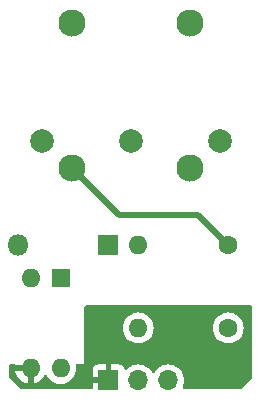
<source format=gbr>
%TF.GenerationSoftware,KiCad,Pcbnew,8.0.4*%
%TF.CreationDate,2024-08-02T21:44:17-04:00*%
%TF.ProjectId,MIDI-compatible,4d494449-2d63-46f6-9d70-617469626c65,rev?*%
%TF.SameCoordinates,Original*%
%TF.FileFunction,Copper,L2,Bot*%
%TF.FilePolarity,Positive*%
%FSLAX46Y46*%
G04 Gerber Fmt 4.6, Leading zero omitted, Abs format (unit mm)*
G04 Created by KiCad (PCBNEW 8.0.4) date 2024-08-02 21:44:17*
%MOMM*%
%LPD*%
G01*
G04 APERTURE LIST*
%TA.AperFunction,ComponentPad*%
%ADD10R,1.600000X1.600000*%
%TD*%
%TA.AperFunction,ComponentPad*%
%ADD11O,1.600000X1.600000*%
%TD*%
%TA.AperFunction,ComponentPad*%
%ADD12C,1.600000*%
%TD*%
%TA.AperFunction,ComponentPad*%
%ADD13R,1.700000X1.700000*%
%TD*%
%TA.AperFunction,ComponentPad*%
%ADD14O,1.700000X1.700000*%
%TD*%
%TA.AperFunction,ComponentPad*%
%ADD15C,2.000000*%
%TD*%
%TA.AperFunction,ComponentPad*%
%ADD16C,2.300000*%
%TD*%
%TA.AperFunction,ComponentPad*%
%ADD17R,1.800000X1.800000*%
%TD*%
%TA.AperFunction,ComponentPad*%
%ADD18O,1.800000X1.800000*%
%TD*%
%TA.AperFunction,Conductor*%
%ADD19C,0.500000*%
%TD*%
G04 APERTURE END LIST*
D10*
%TO.P,U1,1*%
%TO.N,Net-(D1-K)*%
X163600000Y-103124000D03*
D11*
%TO.P,U1,2*%
%TO.N,Net-(D1-A)*%
X161060000Y-103124000D03*
%TO.P,U1,3*%
%TO.N,GND*%
X161060000Y-110744000D03*
%TO.P,U1,4*%
%TO.N,Net-(J2-Pin_2)*%
X163600000Y-110744000D03*
%TD*%
D12*
%TO.P,RD,1*%
%TO.N,Net-(J2-Pin_3)*%
X177800000Y-107315000D03*
D11*
%TO.P,RD,2*%
%TO.N,Net-(J2-Pin_2)*%
X170180000Y-107315000D03*
%TD*%
D13*
%TO.P,J2,1,Pin_1*%
%TO.N,GND*%
X167655000Y-111760000D03*
D14*
%TO.P,J2,2,Pin_2*%
%TO.N,Net-(J2-Pin_2)*%
X170195000Y-111760000D03*
%TO.P,J2,3,Pin_3*%
%TO.N,Net-(J2-Pin_3)*%
X172734999Y-111760000D03*
%TD*%
D15*
%TO.P,J1,1*%
%TO.N,unconnected-(J1-Pad1)*%
X162070000Y-91480000D03*
%TO.P,J1,2*%
%TO.N,unconnected-(J1-Pad2)*%
X169570000Y-91480000D03*
%TO.P,J1,3*%
%TO.N,unconnected-(J1-Pad3)*%
X177070000Y-91480000D03*
D16*
%TO.P,J1,4*%
%TO.N,Net-(J1-Pad4)*%
X164570000Y-93780000D03*
%TO.P,J1,5*%
%TO.N,Net-(D1-A)*%
X174570000Y-93780000D03*
%TO.P,J1,6*%
%TO.N,N/C*%
X164570000Y-81480000D03*
%TO.P,J1,7*%
X174570000Y-81480000D03*
%TD*%
D12*
%TO.P,RB,1*%
%TO.N,Net-(J1-Pad4)*%
X177800000Y-100330000D03*
D11*
%TO.P,RB,2*%
%TO.N,Net-(D1-K)*%
X170180000Y-100330000D03*
%TD*%
D17*
%TO.P,D1,1,K*%
%TO.N,Net-(D1-K)*%
X167640000Y-100330000D03*
D18*
%TO.P,D1,2,A*%
%TO.N,Net-(D1-A)*%
X160020000Y-100330000D03*
%TD*%
D19*
%TO.N,Net-(J1-Pad4)*%
X168580000Y-97790000D02*
X175260000Y-97790000D01*
X164570000Y-93780000D02*
X168580000Y-97790000D01*
X175260000Y-97790000D02*
X177800000Y-100330000D01*
%TD*%
%TA.AperFunction,Conductor*%
%TO.N,GND*%
G36*
X179782539Y-105429685D02*
G01*
X179828294Y-105482489D01*
X179839500Y-105534000D01*
X179839500Y-111501324D01*
X179819815Y-111568363D01*
X179803181Y-111589005D01*
X178899005Y-112493181D01*
X178837682Y-112526666D01*
X178811324Y-112529500D01*
X174060928Y-112529500D01*
X173993889Y-112509815D01*
X173948134Y-112457011D01*
X173938190Y-112387853D01*
X173948544Y-112353099D01*
X174008902Y-112223663D01*
X174070062Y-111995408D01*
X174090658Y-111760000D01*
X174070062Y-111524592D01*
X174008902Y-111296337D01*
X173909034Y-111082171D01*
X173903424Y-111074158D01*
X173773493Y-110888597D01*
X173606401Y-110721506D01*
X173606394Y-110721501D01*
X173412833Y-110585967D01*
X173412829Y-110585965D01*
X173412827Y-110585964D01*
X173198662Y-110486097D01*
X173198658Y-110486096D01*
X173198654Y-110486094D01*
X172970412Y-110424938D01*
X172970402Y-110424936D01*
X172735000Y-110404341D01*
X172734998Y-110404341D01*
X172499595Y-110424936D01*
X172499585Y-110424938D01*
X172271343Y-110486094D01*
X172271334Y-110486098D01*
X172057170Y-110585964D01*
X172057168Y-110585965D01*
X171863596Y-110721505D01*
X171696507Y-110888594D01*
X171566574Y-111074158D01*
X171511997Y-111117782D01*
X171442498Y-111124975D01*
X171380144Y-111093453D01*
X171363424Y-111074157D01*
X171233494Y-110888597D01*
X171066402Y-110721506D01*
X171066395Y-110721501D01*
X170872834Y-110585967D01*
X170872830Y-110585965D01*
X170872828Y-110585964D01*
X170658663Y-110486097D01*
X170658659Y-110486096D01*
X170658655Y-110486094D01*
X170430413Y-110424938D01*
X170430403Y-110424936D01*
X170195001Y-110404341D01*
X170194999Y-110404341D01*
X169959596Y-110424936D01*
X169959586Y-110424938D01*
X169731344Y-110486094D01*
X169731335Y-110486098D01*
X169517171Y-110585964D01*
X169517169Y-110585965D01*
X169323600Y-110721503D01*
X169201284Y-110843819D01*
X169139961Y-110877303D01*
X169070269Y-110872319D01*
X169014336Y-110830447D01*
X168997421Y-110799470D01*
X168948354Y-110667913D01*
X168948350Y-110667906D01*
X168862190Y-110552812D01*
X168862187Y-110552809D01*
X168747093Y-110466649D01*
X168747086Y-110466645D01*
X168612379Y-110416403D01*
X168612372Y-110416401D01*
X168552844Y-110410000D01*
X167905000Y-110410000D01*
X167905000Y-111326988D01*
X167847993Y-111294075D01*
X167720826Y-111260000D01*
X167589174Y-111260000D01*
X167462007Y-111294075D01*
X167405000Y-111326988D01*
X167405000Y-110410000D01*
X166757155Y-110410000D01*
X166697627Y-110416401D01*
X166697620Y-110416403D01*
X166562913Y-110466645D01*
X166562906Y-110466649D01*
X166447812Y-110552809D01*
X166447809Y-110552812D01*
X166361649Y-110667906D01*
X166361645Y-110667913D01*
X166311403Y-110802620D01*
X166311401Y-110802627D01*
X166305000Y-110862155D01*
X166305000Y-111510000D01*
X167221988Y-111510000D01*
X167189075Y-111567007D01*
X167155000Y-111694174D01*
X167155000Y-111825826D01*
X167189075Y-111952993D01*
X167221988Y-112010000D01*
X166305000Y-112010000D01*
X166305000Y-112405500D01*
X166285315Y-112472539D01*
X166232511Y-112518294D01*
X166181000Y-112529500D01*
X160278675Y-112529500D01*
X160211636Y-112509815D01*
X160190994Y-112493181D01*
X159286819Y-111589005D01*
X159253334Y-111527682D01*
X159250500Y-111501324D01*
X159250500Y-110487000D01*
X159270185Y-110419961D01*
X159322989Y-110374206D01*
X159374500Y-110363000D01*
X159654629Y-110363000D01*
X159721668Y-110382685D01*
X159767423Y-110435489D01*
X159774615Y-110485512D01*
X159781128Y-110494000D01*
X160744314Y-110494000D01*
X160739920Y-110498394D01*
X160687259Y-110589606D01*
X160660000Y-110691339D01*
X160660000Y-110796661D01*
X160687259Y-110898394D01*
X160739920Y-110989606D01*
X160744314Y-110994000D01*
X159781128Y-110994000D01*
X159833730Y-111190317D01*
X159833734Y-111190326D01*
X159929865Y-111396482D01*
X160060342Y-111582820D01*
X160221179Y-111743657D01*
X160407517Y-111874134D01*
X160613673Y-111970265D01*
X160613682Y-111970269D01*
X160809999Y-112022872D01*
X160810000Y-112022871D01*
X160810000Y-111059686D01*
X160814394Y-111064080D01*
X160905606Y-111116741D01*
X161007339Y-111144000D01*
X161112661Y-111144000D01*
X161214394Y-111116741D01*
X161305606Y-111064080D01*
X161310000Y-111059686D01*
X161310000Y-112022872D01*
X161506317Y-111970269D01*
X161506326Y-111970265D01*
X161712482Y-111874134D01*
X161898820Y-111743657D01*
X162059657Y-111582820D01*
X162190132Y-111396484D01*
X162217341Y-111338134D01*
X162263513Y-111285695D01*
X162330707Y-111266542D01*
X162397588Y-111286757D01*
X162442105Y-111338132D01*
X162464088Y-111385275D01*
X162469431Y-111396732D01*
X162469432Y-111396734D01*
X162599954Y-111583141D01*
X162760858Y-111744045D01*
X162760861Y-111744047D01*
X162947266Y-111874568D01*
X163153504Y-111970739D01*
X163373308Y-112029635D01*
X163535230Y-112043801D01*
X163599998Y-112049468D01*
X163600000Y-112049468D01*
X163600002Y-112049468D01*
X163656673Y-112044509D01*
X163826692Y-112029635D01*
X164046496Y-111970739D01*
X164252734Y-111874568D01*
X164439139Y-111744047D01*
X164600047Y-111583139D01*
X164730568Y-111396734D01*
X164826739Y-111190496D01*
X164885635Y-110970692D01*
X164905468Y-110744000D01*
X164885635Y-110517308D01*
X164885632Y-110517298D01*
X164884694Y-110511974D01*
X164886290Y-110511692D01*
X164887774Y-110449250D01*
X164926934Y-110391385D01*
X164991161Y-110363878D01*
X165005888Y-110363000D01*
X165608000Y-110363000D01*
X165608000Y-107314998D01*
X168874532Y-107314998D01*
X168874532Y-107315001D01*
X168894364Y-107541686D01*
X168894366Y-107541697D01*
X168953258Y-107761488D01*
X168953261Y-107761497D01*
X169049431Y-107967732D01*
X169049432Y-107967734D01*
X169179954Y-108154141D01*
X169340858Y-108315045D01*
X169340861Y-108315047D01*
X169527266Y-108445568D01*
X169733504Y-108541739D01*
X169953308Y-108600635D01*
X170115230Y-108614801D01*
X170179998Y-108620468D01*
X170180000Y-108620468D01*
X170180002Y-108620468D01*
X170236673Y-108615509D01*
X170406692Y-108600635D01*
X170626496Y-108541739D01*
X170832734Y-108445568D01*
X171019139Y-108315047D01*
X171180047Y-108154139D01*
X171310568Y-107967734D01*
X171406739Y-107761496D01*
X171465635Y-107541692D01*
X171485468Y-107315000D01*
X171485468Y-107314998D01*
X176494532Y-107314998D01*
X176494532Y-107315001D01*
X176514364Y-107541686D01*
X176514366Y-107541697D01*
X176573258Y-107761488D01*
X176573261Y-107761497D01*
X176669431Y-107967732D01*
X176669432Y-107967734D01*
X176799954Y-108154141D01*
X176960858Y-108315045D01*
X176960861Y-108315047D01*
X177147266Y-108445568D01*
X177353504Y-108541739D01*
X177573308Y-108600635D01*
X177735230Y-108614801D01*
X177799998Y-108620468D01*
X177800000Y-108620468D01*
X177800002Y-108620468D01*
X177856673Y-108615509D01*
X178026692Y-108600635D01*
X178246496Y-108541739D01*
X178452734Y-108445568D01*
X178639139Y-108315047D01*
X178800047Y-108154139D01*
X178930568Y-107967734D01*
X179026739Y-107761496D01*
X179085635Y-107541692D01*
X179105468Y-107315000D01*
X179085635Y-107088308D01*
X179026739Y-106868504D01*
X178930568Y-106662266D01*
X178800047Y-106475861D01*
X178800045Y-106475858D01*
X178639141Y-106314954D01*
X178452734Y-106184432D01*
X178452732Y-106184431D01*
X178246497Y-106088261D01*
X178246488Y-106088258D01*
X178026697Y-106029366D01*
X178026693Y-106029365D01*
X178026692Y-106029365D01*
X178026691Y-106029364D01*
X178026686Y-106029364D01*
X177800002Y-106009532D01*
X177799998Y-106009532D01*
X177573313Y-106029364D01*
X177573302Y-106029366D01*
X177353511Y-106088258D01*
X177353502Y-106088261D01*
X177147267Y-106184431D01*
X177147265Y-106184432D01*
X176960858Y-106314954D01*
X176799954Y-106475858D01*
X176669432Y-106662265D01*
X176669431Y-106662267D01*
X176573261Y-106868502D01*
X176573258Y-106868511D01*
X176514366Y-107088302D01*
X176514364Y-107088313D01*
X176494532Y-107314998D01*
X171485468Y-107314998D01*
X171465635Y-107088308D01*
X171406739Y-106868504D01*
X171310568Y-106662266D01*
X171180047Y-106475861D01*
X171180045Y-106475858D01*
X171019141Y-106314954D01*
X170832734Y-106184432D01*
X170832732Y-106184431D01*
X170626497Y-106088261D01*
X170626488Y-106088258D01*
X170406697Y-106029366D01*
X170406693Y-106029365D01*
X170406692Y-106029365D01*
X170406691Y-106029364D01*
X170406686Y-106029364D01*
X170180002Y-106009532D01*
X170179998Y-106009532D01*
X169953313Y-106029364D01*
X169953302Y-106029366D01*
X169733511Y-106088258D01*
X169733502Y-106088261D01*
X169527267Y-106184431D01*
X169527265Y-106184432D01*
X169340858Y-106314954D01*
X169179954Y-106475858D01*
X169049432Y-106662265D01*
X169049431Y-106662267D01*
X168953261Y-106868502D01*
X168953258Y-106868511D01*
X168894366Y-107088302D01*
X168894364Y-107088313D01*
X168874532Y-107314998D01*
X165608000Y-107314998D01*
X165608000Y-105534000D01*
X165627685Y-105466961D01*
X165680489Y-105421206D01*
X165732000Y-105410000D01*
X179715500Y-105410000D01*
X179782539Y-105429685D01*
G37*
%TD.AperFunction*%
%TD*%
M02*

</source>
